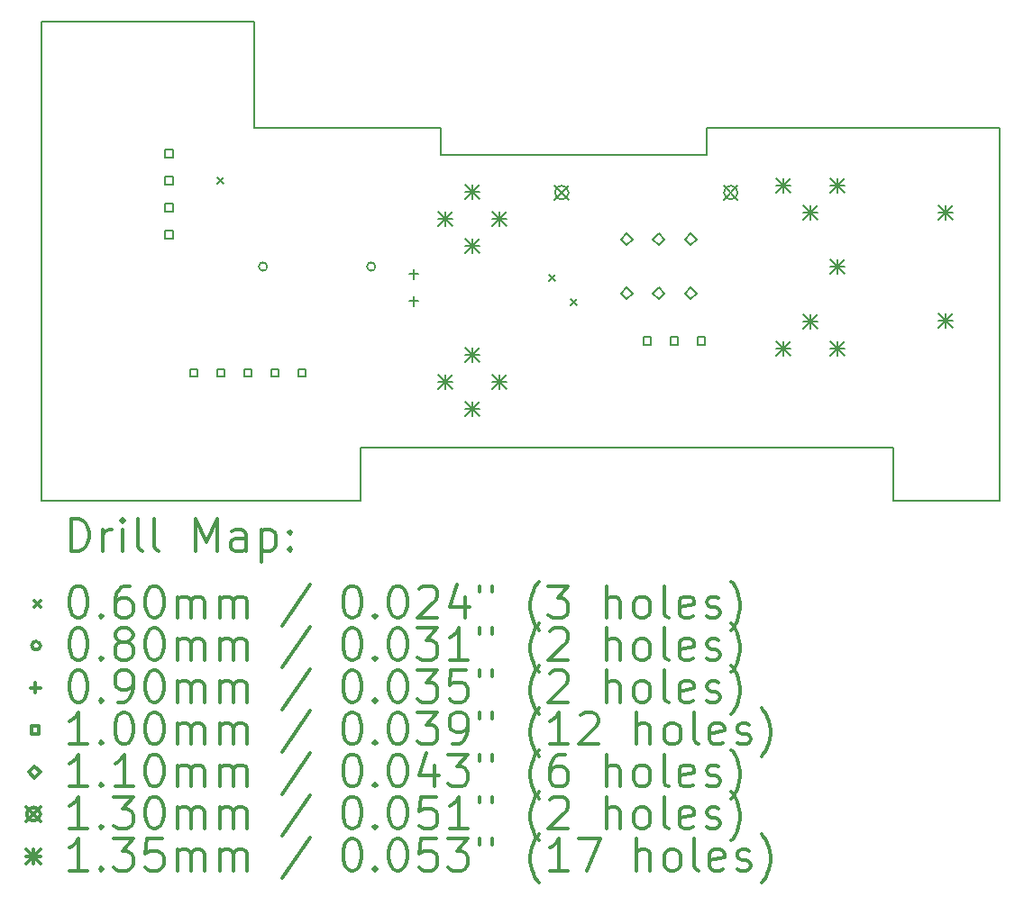
<source format=gbr>
%FSLAX45Y45*%
G04 Gerber Fmt 4.5, Leading zero omitted, Abs format (unit mm)*
G04 Created by KiCad (PCBNEW (5.0.2)-1) date 09/11/2019 14:16:32*
%MOMM*%
%LPD*%
G01*
G04 APERTURE LIST*
%ADD10C,0.150000*%
%ADD11C,0.200000*%
%ADD12C,0.300000*%
G04 APERTURE END LIST*
D10*
X10000000Y-11500000D02*
X10000000Y-7000000D01*
X13000000Y-11500000D02*
X10000000Y-11500000D01*
X12000000Y-7000000D02*
X10000000Y-7000000D01*
X12000000Y-8000000D02*
X12000000Y-7000000D01*
X13750000Y-8000000D02*
X12000000Y-8000000D01*
X13750000Y-8250000D02*
X13750000Y-8000000D01*
X16250000Y-8250000D02*
X13750000Y-8250000D01*
X16250000Y-8000000D02*
X16250000Y-8250000D01*
X16500000Y-8000000D02*
X16250000Y-8000000D01*
X19000000Y-8000000D02*
X16500000Y-8000000D01*
X19000000Y-11500000D02*
X19000000Y-8000000D01*
X18000000Y-11500000D02*
X19000000Y-11500000D01*
X18000000Y-11000000D02*
X18000000Y-11500000D01*
X13000000Y-11000000D02*
X18000000Y-11000000D01*
X13000000Y-11500000D02*
X13000000Y-11000000D01*
D11*
X11654400Y-8462000D02*
X11714400Y-8522000D01*
X11714400Y-8462000D02*
X11654400Y-8522000D01*
X14765700Y-9374300D02*
X14825700Y-9434300D01*
X14825700Y-9374300D02*
X14765700Y-9434300D01*
X14973800Y-9603100D02*
X15033800Y-9663100D01*
X15033800Y-9603100D02*
X14973800Y-9663100D01*
X12124000Y-9300000D02*
G75*
G03X12124000Y-9300000I-40000J0D01*
G01*
X13140000Y-9300000D02*
G75*
G03X13140000Y-9300000I-40000J0D01*
G01*
X13500000Y-9325000D02*
X13500000Y-9415000D01*
X13455000Y-9370000D02*
X13545000Y-9370000D01*
X13500000Y-9579000D02*
X13500000Y-9669000D01*
X13455000Y-9624000D02*
X13545000Y-9624000D01*
X15727356Y-10035356D02*
X15727356Y-9964644D01*
X15656644Y-9964644D01*
X15656644Y-10035356D01*
X15727356Y-10035356D01*
X15981356Y-10035356D02*
X15981356Y-9964644D01*
X15910644Y-9964644D01*
X15910644Y-10035356D01*
X15981356Y-10035356D01*
X16235356Y-10035356D02*
X16235356Y-9964644D01*
X16164644Y-9964644D01*
X16164644Y-10035356D01*
X16235356Y-10035356D01*
X11469356Y-10335356D02*
X11469356Y-10264644D01*
X11398644Y-10264644D01*
X11398644Y-10335356D01*
X11469356Y-10335356D01*
X11723356Y-10335356D02*
X11723356Y-10264644D01*
X11652644Y-10264644D01*
X11652644Y-10335356D01*
X11723356Y-10335356D01*
X11977356Y-10335356D02*
X11977356Y-10264644D01*
X11906644Y-10264644D01*
X11906644Y-10335356D01*
X11977356Y-10335356D01*
X12231356Y-10335356D02*
X12231356Y-10264644D01*
X12160644Y-10264644D01*
X12160644Y-10335356D01*
X12231356Y-10335356D01*
X12485356Y-10335356D02*
X12485356Y-10264644D01*
X12414644Y-10264644D01*
X12414644Y-10335356D01*
X12485356Y-10335356D01*
X11235356Y-8273356D02*
X11235356Y-8202644D01*
X11164644Y-8202644D01*
X11164644Y-8273356D01*
X11235356Y-8273356D01*
X11235356Y-8527356D02*
X11235356Y-8456644D01*
X11164644Y-8456644D01*
X11164644Y-8527356D01*
X11235356Y-8527356D01*
X11235356Y-8781356D02*
X11235356Y-8710644D01*
X11164644Y-8710644D01*
X11164644Y-8781356D01*
X11235356Y-8781356D01*
X11235356Y-9035356D02*
X11235356Y-8964644D01*
X11164644Y-8964644D01*
X11164644Y-9035356D01*
X11235356Y-9035356D01*
X15500000Y-9101000D02*
X15555000Y-9046000D01*
X15500000Y-8991000D01*
X15445000Y-9046000D01*
X15500000Y-9101000D01*
X15500000Y-9609000D02*
X15555000Y-9554000D01*
X15500000Y-9499000D01*
X15445000Y-9554000D01*
X15500000Y-9609000D01*
X15800000Y-9101000D02*
X15855000Y-9046000D01*
X15800000Y-8991000D01*
X15745000Y-9046000D01*
X15800000Y-9101000D01*
X15800000Y-9609000D02*
X15855000Y-9554000D01*
X15800000Y-9499000D01*
X15745000Y-9554000D01*
X15800000Y-9609000D01*
X16100000Y-9101000D02*
X16155000Y-9046000D01*
X16100000Y-8991000D01*
X16045000Y-9046000D01*
X16100000Y-9101000D01*
X16100000Y-9609000D02*
X16155000Y-9554000D01*
X16100000Y-9499000D01*
X16045000Y-9554000D01*
X16100000Y-9609000D01*
X14824500Y-8539400D02*
X14954500Y-8669400D01*
X14954500Y-8539400D02*
X14824500Y-8669400D01*
X14954500Y-8604400D02*
G75*
G03X14954500Y-8604400I-65000J0D01*
G01*
X16412000Y-8539400D02*
X16542000Y-8669400D01*
X16542000Y-8539400D02*
X16412000Y-8669400D01*
X16542000Y-8604400D02*
G75*
G03X16542000Y-8604400I-65000J0D01*
G01*
X13728500Y-8782900D02*
X13863500Y-8917900D01*
X13863500Y-8782900D02*
X13728500Y-8917900D01*
X13796000Y-8782900D02*
X13796000Y-8917900D01*
X13728500Y-8850400D02*
X13863500Y-8850400D01*
X13728500Y-10314900D02*
X13863500Y-10449900D01*
X13863500Y-10314900D02*
X13728500Y-10449900D01*
X13796000Y-10314900D02*
X13796000Y-10449900D01*
X13728500Y-10382400D02*
X13863500Y-10382400D01*
X13982500Y-8528900D02*
X14117500Y-8663900D01*
X14117500Y-8528900D02*
X13982500Y-8663900D01*
X14050000Y-8528900D02*
X14050000Y-8663900D01*
X13982500Y-8596400D02*
X14117500Y-8596400D01*
X13982500Y-9036900D02*
X14117500Y-9171900D01*
X14117500Y-9036900D02*
X13982500Y-9171900D01*
X14050000Y-9036900D02*
X14050000Y-9171900D01*
X13982500Y-9104400D02*
X14117500Y-9104400D01*
X13982500Y-10060900D02*
X14117500Y-10195900D01*
X14117500Y-10060900D02*
X13982500Y-10195900D01*
X14050000Y-10060900D02*
X14050000Y-10195900D01*
X13982500Y-10128400D02*
X14117500Y-10128400D01*
X13982500Y-10568900D02*
X14117500Y-10703900D01*
X14117500Y-10568900D02*
X13982500Y-10703900D01*
X14050000Y-10568900D02*
X14050000Y-10703900D01*
X13982500Y-10636400D02*
X14117500Y-10636400D01*
X14236500Y-8782900D02*
X14371500Y-8917900D01*
X14371500Y-8782900D02*
X14236500Y-8917900D01*
X14304000Y-8782900D02*
X14304000Y-8917900D01*
X14236500Y-8850400D02*
X14371500Y-8850400D01*
X14236500Y-10314900D02*
X14371500Y-10449900D01*
X14371500Y-10314900D02*
X14236500Y-10449900D01*
X14304000Y-10314900D02*
X14304000Y-10449900D01*
X14236500Y-10382400D02*
X14371500Y-10382400D01*
X16904500Y-8470500D02*
X17039500Y-8605500D01*
X17039500Y-8470500D02*
X16904500Y-8605500D01*
X16972000Y-8470500D02*
X16972000Y-8605500D01*
X16904500Y-8538000D02*
X17039500Y-8538000D01*
X16904500Y-10002500D02*
X17039500Y-10137500D01*
X17039500Y-10002500D02*
X16904500Y-10137500D01*
X16972000Y-10002500D02*
X16972000Y-10137500D01*
X16904500Y-10070000D02*
X17039500Y-10070000D01*
X17158500Y-8724500D02*
X17293500Y-8859500D01*
X17293500Y-8724500D02*
X17158500Y-8859500D01*
X17226000Y-8724500D02*
X17226000Y-8859500D01*
X17158500Y-8792000D02*
X17293500Y-8792000D01*
X17158500Y-9748500D02*
X17293500Y-9883500D01*
X17293500Y-9748500D02*
X17158500Y-9883500D01*
X17226000Y-9748500D02*
X17226000Y-9883500D01*
X17158500Y-9816000D02*
X17293500Y-9816000D01*
X17412500Y-8470500D02*
X17547500Y-8605500D01*
X17547500Y-8470500D02*
X17412500Y-8605500D01*
X17480000Y-8470500D02*
X17480000Y-8605500D01*
X17412500Y-8538000D02*
X17547500Y-8538000D01*
X17412500Y-9232500D02*
X17547500Y-9367500D01*
X17547500Y-9232500D02*
X17412500Y-9367500D01*
X17480000Y-9232500D02*
X17480000Y-9367500D01*
X17412500Y-9300000D02*
X17547500Y-9300000D01*
X17412500Y-10002500D02*
X17547500Y-10137500D01*
X17547500Y-10002500D02*
X17412500Y-10137500D01*
X17480000Y-10002500D02*
X17480000Y-10137500D01*
X17412500Y-10070000D02*
X17547500Y-10070000D01*
X18428500Y-8724500D02*
X18563500Y-8859500D01*
X18563500Y-8724500D02*
X18428500Y-8859500D01*
X18496000Y-8724500D02*
X18496000Y-8859500D01*
X18428500Y-8792000D02*
X18563500Y-8792000D01*
X18428500Y-9740500D02*
X18563500Y-9875500D01*
X18563500Y-9740500D02*
X18428500Y-9875500D01*
X18496000Y-9740500D02*
X18496000Y-9875500D01*
X18428500Y-9808000D02*
X18563500Y-9808000D01*
D12*
X10278928Y-11973214D02*
X10278928Y-11673214D01*
X10350357Y-11673214D01*
X10393214Y-11687500D01*
X10421786Y-11716071D01*
X10436071Y-11744643D01*
X10450357Y-11801786D01*
X10450357Y-11844643D01*
X10436071Y-11901786D01*
X10421786Y-11930357D01*
X10393214Y-11958929D01*
X10350357Y-11973214D01*
X10278928Y-11973214D01*
X10578928Y-11973214D02*
X10578928Y-11773214D01*
X10578928Y-11830357D02*
X10593214Y-11801786D01*
X10607500Y-11787500D01*
X10636071Y-11773214D01*
X10664643Y-11773214D01*
X10764643Y-11973214D02*
X10764643Y-11773214D01*
X10764643Y-11673214D02*
X10750357Y-11687500D01*
X10764643Y-11701786D01*
X10778928Y-11687500D01*
X10764643Y-11673214D01*
X10764643Y-11701786D01*
X10950357Y-11973214D02*
X10921786Y-11958929D01*
X10907500Y-11930357D01*
X10907500Y-11673214D01*
X11107500Y-11973214D02*
X11078928Y-11958929D01*
X11064643Y-11930357D01*
X11064643Y-11673214D01*
X11450357Y-11973214D02*
X11450357Y-11673214D01*
X11550357Y-11887500D01*
X11650357Y-11673214D01*
X11650357Y-11973214D01*
X11921786Y-11973214D02*
X11921786Y-11816071D01*
X11907500Y-11787500D01*
X11878928Y-11773214D01*
X11821786Y-11773214D01*
X11793214Y-11787500D01*
X11921786Y-11958929D02*
X11893214Y-11973214D01*
X11821786Y-11973214D01*
X11793214Y-11958929D01*
X11778928Y-11930357D01*
X11778928Y-11901786D01*
X11793214Y-11873214D01*
X11821786Y-11858929D01*
X11893214Y-11858929D01*
X11921786Y-11844643D01*
X12064643Y-11773214D02*
X12064643Y-12073214D01*
X12064643Y-11787500D02*
X12093214Y-11773214D01*
X12150357Y-11773214D01*
X12178928Y-11787500D01*
X12193214Y-11801786D01*
X12207500Y-11830357D01*
X12207500Y-11916071D01*
X12193214Y-11944643D01*
X12178928Y-11958929D01*
X12150357Y-11973214D01*
X12093214Y-11973214D01*
X12064643Y-11958929D01*
X12336071Y-11944643D02*
X12350357Y-11958929D01*
X12336071Y-11973214D01*
X12321786Y-11958929D01*
X12336071Y-11944643D01*
X12336071Y-11973214D01*
X12336071Y-11787500D02*
X12350357Y-11801786D01*
X12336071Y-11816071D01*
X12321786Y-11801786D01*
X12336071Y-11787500D01*
X12336071Y-11816071D01*
X9932500Y-12437500D02*
X9992500Y-12497500D01*
X9992500Y-12437500D02*
X9932500Y-12497500D01*
X10336071Y-12303214D02*
X10364643Y-12303214D01*
X10393214Y-12317500D01*
X10407500Y-12331786D01*
X10421786Y-12360357D01*
X10436071Y-12417500D01*
X10436071Y-12488929D01*
X10421786Y-12546071D01*
X10407500Y-12574643D01*
X10393214Y-12588929D01*
X10364643Y-12603214D01*
X10336071Y-12603214D01*
X10307500Y-12588929D01*
X10293214Y-12574643D01*
X10278928Y-12546071D01*
X10264643Y-12488929D01*
X10264643Y-12417500D01*
X10278928Y-12360357D01*
X10293214Y-12331786D01*
X10307500Y-12317500D01*
X10336071Y-12303214D01*
X10564643Y-12574643D02*
X10578928Y-12588929D01*
X10564643Y-12603214D01*
X10550357Y-12588929D01*
X10564643Y-12574643D01*
X10564643Y-12603214D01*
X10836071Y-12303214D02*
X10778928Y-12303214D01*
X10750357Y-12317500D01*
X10736071Y-12331786D01*
X10707500Y-12374643D01*
X10693214Y-12431786D01*
X10693214Y-12546071D01*
X10707500Y-12574643D01*
X10721786Y-12588929D01*
X10750357Y-12603214D01*
X10807500Y-12603214D01*
X10836071Y-12588929D01*
X10850357Y-12574643D01*
X10864643Y-12546071D01*
X10864643Y-12474643D01*
X10850357Y-12446071D01*
X10836071Y-12431786D01*
X10807500Y-12417500D01*
X10750357Y-12417500D01*
X10721786Y-12431786D01*
X10707500Y-12446071D01*
X10693214Y-12474643D01*
X11050357Y-12303214D02*
X11078928Y-12303214D01*
X11107500Y-12317500D01*
X11121786Y-12331786D01*
X11136071Y-12360357D01*
X11150357Y-12417500D01*
X11150357Y-12488929D01*
X11136071Y-12546071D01*
X11121786Y-12574643D01*
X11107500Y-12588929D01*
X11078928Y-12603214D01*
X11050357Y-12603214D01*
X11021786Y-12588929D01*
X11007500Y-12574643D01*
X10993214Y-12546071D01*
X10978928Y-12488929D01*
X10978928Y-12417500D01*
X10993214Y-12360357D01*
X11007500Y-12331786D01*
X11021786Y-12317500D01*
X11050357Y-12303214D01*
X11278928Y-12603214D02*
X11278928Y-12403214D01*
X11278928Y-12431786D02*
X11293214Y-12417500D01*
X11321786Y-12403214D01*
X11364643Y-12403214D01*
X11393214Y-12417500D01*
X11407500Y-12446071D01*
X11407500Y-12603214D01*
X11407500Y-12446071D02*
X11421786Y-12417500D01*
X11450357Y-12403214D01*
X11493214Y-12403214D01*
X11521786Y-12417500D01*
X11536071Y-12446071D01*
X11536071Y-12603214D01*
X11678928Y-12603214D02*
X11678928Y-12403214D01*
X11678928Y-12431786D02*
X11693214Y-12417500D01*
X11721786Y-12403214D01*
X11764643Y-12403214D01*
X11793214Y-12417500D01*
X11807500Y-12446071D01*
X11807500Y-12603214D01*
X11807500Y-12446071D02*
X11821786Y-12417500D01*
X11850357Y-12403214D01*
X11893214Y-12403214D01*
X11921786Y-12417500D01*
X11936071Y-12446071D01*
X11936071Y-12603214D01*
X12521786Y-12288929D02*
X12264643Y-12674643D01*
X12907500Y-12303214D02*
X12936071Y-12303214D01*
X12964643Y-12317500D01*
X12978928Y-12331786D01*
X12993214Y-12360357D01*
X13007500Y-12417500D01*
X13007500Y-12488929D01*
X12993214Y-12546071D01*
X12978928Y-12574643D01*
X12964643Y-12588929D01*
X12936071Y-12603214D01*
X12907500Y-12603214D01*
X12878928Y-12588929D01*
X12864643Y-12574643D01*
X12850357Y-12546071D01*
X12836071Y-12488929D01*
X12836071Y-12417500D01*
X12850357Y-12360357D01*
X12864643Y-12331786D01*
X12878928Y-12317500D01*
X12907500Y-12303214D01*
X13136071Y-12574643D02*
X13150357Y-12588929D01*
X13136071Y-12603214D01*
X13121786Y-12588929D01*
X13136071Y-12574643D01*
X13136071Y-12603214D01*
X13336071Y-12303214D02*
X13364643Y-12303214D01*
X13393214Y-12317500D01*
X13407500Y-12331786D01*
X13421786Y-12360357D01*
X13436071Y-12417500D01*
X13436071Y-12488929D01*
X13421786Y-12546071D01*
X13407500Y-12574643D01*
X13393214Y-12588929D01*
X13364643Y-12603214D01*
X13336071Y-12603214D01*
X13307500Y-12588929D01*
X13293214Y-12574643D01*
X13278928Y-12546071D01*
X13264643Y-12488929D01*
X13264643Y-12417500D01*
X13278928Y-12360357D01*
X13293214Y-12331786D01*
X13307500Y-12317500D01*
X13336071Y-12303214D01*
X13550357Y-12331786D02*
X13564643Y-12317500D01*
X13593214Y-12303214D01*
X13664643Y-12303214D01*
X13693214Y-12317500D01*
X13707500Y-12331786D01*
X13721786Y-12360357D01*
X13721786Y-12388929D01*
X13707500Y-12431786D01*
X13536071Y-12603214D01*
X13721786Y-12603214D01*
X13978928Y-12403214D02*
X13978928Y-12603214D01*
X13907500Y-12288929D02*
X13836071Y-12503214D01*
X14021786Y-12503214D01*
X14121786Y-12303214D02*
X14121786Y-12360357D01*
X14236071Y-12303214D02*
X14236071Y-12360357D01*
X14678928Y-12717500D02*
X14664643Y-12703214D01*
X14636071Y-12660357D01*
X14621786Y-12631786D01*
X14607500Y-12588929D01*
X14593214Y-12517500D01*
X14593214Y-12460357D01*
X14607500Y-12388929D01*
X14621786Y-12346071D01*
X14636071Y-12317500D01*
X14664643Y-12274643D01*
X14678928Y-12260357D01*
X14764643Y-12303214D02*
X14950357Y-12303214D01*
X14850357Y-12417500D01*
X14893214Y-12417500D01*
X14921786Y-12431786D01*
X14936071Y-12446071D01*
X14950357Y-12474643D01*
X14950357Y-12546071D01*
X14936071Y-12574643D01*
X14921786Y-12588929D01*
X14893214Y-12603214D01*
X14807500Y-12603214D01*
X14778928Y-12588929D01*
X14764643Y-12574643D01*
X15307500Y-12603214D02*
X15307500Y-12303214D01*
X15436071Y-12603214D02*
X15436071Y-12446071D01*
X15421786Y-12417500D01*
X15393214Y-12403214D01*
X15350357Y-12403214D01*
X15321786Y-12417500D01*
X15307500Y-12431786D01*
X15621786Y-12603214D02*
X15593214Y-12588929D01*
X15578928Y-12574643D01*
X15564643Y-12546071D01*
X15564643Y-12460357D01*
X15578928Y-12431786D01*
X15593214Y-12417500D01*
X15621786Y-12403214D01*
X15664643Y-12403214D01*
X15693214Y-12417500D01*
X15707500Y-12431786D01*
X15721786Y-12460357D01*
X15721786Y-12546071D01*
X15707500Y-12574643D01*
X15693214Y-12588929D01*
X15664643Y-12603214D01*
X15621786Y-12603214D01*
X15893214Y-12603214D02*
X15864643Y-12588929D01*
X15850357Y-12560357D01*
X15850357Y-12303214D01*
X16121786Y-12588929D02*
X16093214Y-12603214D01*
X16036071Y-12603214D01*
X16007500Y-12588929D01*
X15993214Y-12560357D01*
X15993214Y-12446071D01*
X16007500Y-12417500D01*
X16036071Y-12403214D01*
X16093214Y-12403214D01*
X16121786Y-12417500D01*
X16136071Y-12446071D01*
X16136071Y-12474643D01*
X15993214Y-12503214D01*
X16250357Y-12588929D02*
X16278928Y-12603214D01*
X16336071Y-12603214D01*
X16364643Y-12588929D01*
X16378928Y-12560357D01*
X16378928Y-12546071D01*
X16364643Y-12517500D01*
X16336071Y-12503214D01*
X16293214Y-12503214D01*
X16264643Y-12488929D01*
X16250357Y-12460357D01*
X16250357Y-12446071D01*
X16264643Y-12417500D01*
X16293214Y-12403214D01*
X16336071Y-12403214D01*
X16364643Y-12417500D01*
X16478928Y-12717500D02*
X16493214Y-12703214D01*
X16521786Y-12660357D01*
X16536071Y-12631786D01*
X16550357Y-12588929D01*
X16564643Y-12517500D01*
X16564643Y-12460357D01*
X16550357Y-12388929D01*
X16536071Y-12346071D01*
X16521786Y-12317500D01*
X16493214Y-12274643D01*
X16478928Y-12260357D01*
X9992500Y-12863500D02*
G75*
G03X9992500Y-12863500I-40000J0D01*
G01*
X10336071Y-12699214D02*
X10364643Y-12699214D01*
X10393214Y-12713500D01*
X10407500Y-12727786D01*
X10421786Y-12756357D01*
X10436071Y-12813500D01*
X10436071Y-12884929D01*
X10421786Y-12942071D01*
X10407500Y-12970643D01*
X10393214Y-12984929D01*
X10364643Y-12999214D01*
X10336071Y-12999214D01*
X10307500Y-12984929D01*
X10293214Y-12970643D01*
X10278928Y-12942071D01*
X10264643Y-12884929D01*
X10264643Y-12813500D01*
X10278928Y-12756357D01*
X10293214Y-12727786D01*
X10307500Y-12713500D01*
X10336071Y-12699214D01*
X10564643Y-12970643D02*
X10578928Y-12984929D01*
X10564643Y-12999214D01*
X10550357Y-12984929D01*
X10564643Y-12970643D01*
X10564643Y-12999214D01*
X10750357Y-12827786D02*
X10721786Y-12813500D01*
X10707500Y-12799214D01*
X10693214Y-12770643D01*
X10693214Y-12756357D01*
X10707500Y-12727786D01*
X10721786Y-12713500D01*
X10750357Y-12699214D01*
X10807500Y-12699214D01*
X10836071Y-12713500D01*
X10850357Y-12727786D01*
X10864643Y-12756357D01*
X10864643Y-12770643D01*
X10850357Y-12799214D01*
X10836071Y-12813500D01*
X10807500Y-12827786D01*
X10750357Y-12827786D01*
X10721786Y-12842071D01*
X10707500Y-12856357D01*
X10693214Y-12884929D01*
X10693214Y-12942071D01*
X10707500Y-12970643D01*
X10721786Y-12984929D01*
X10750357Y-12999214D01*
X10807500Y-12999214D01*
X10836071Y-12984929D01*
X10850357Y-12970643D01*
X10864643Y-12942071D01*
X10864643Y-12884929D01*
X10850357Y-12856357D01*
X10836071Y-12842071D01*
X10807500Y-12827786D01*
X11050357Y-12699214D02*
X11078928Y-12699214D01*
X11107500Y-12713500D01*
X11121786Y-12727786D01*
X11136071Y-12756357D01*
X11150357Y-12813500D01*
X11150357Y-12884929D01*
X11136071Y-12942071D01*
X11121786Y-12970643D01*
X11107500Y-12984929D01*
X11078928Y-12999214D01*
X11050357Y-12999214D01*
X11021786Y-12984929D01*
X11007500Y-12970643D01*
X10993214Y-12942071D01*
X10978928Y-12884929D01*
X10978928Y-12813500D01*
X10993214Y-12756357D01*
X11007500Y-12727786D01*
X11021786Y-12713500D01*
X11050357Y-12699214D01*
X11278928Y-12999214D02*
X11278928Y-12799214D01*
X11278928Y-12827786D02*
X11293214Y-12813500D01*
X11321786Y-12799214D01*
X11364643Y-12799214D01*
X11393214Y-12813500D01*
X11407500Y-12842071D01*
X11407500Y-12999214D01*
X11407500Y-12842071D02*
X11421786Y-12813500D01*
X11450357Y-12799214D01*
X11493214Y-12799214D01*
X11521786Y-12813500D01*
X11536071Y-12842071D01*
X11536071Y-12999214D01*
X11678928Y-12999214D02*
X11678928Y-12799214D01*
X11678928Y-12827786D02*
X11693214Y-12813500D01*
X11721786Y-12799214D01*
X11764643Y-12799214D01*
X11793214Y-12813500D01*
X11807500Y-12842071D01*
X11807500Y-12999214D01*
X11807500Y-12842071D02*
X11821786Y-12813500D01*
X11850357Y-12799214D01*
X11893214Y-12799214D01*
X11921786Y-12813500D01*
X11936071Y-12842071D01*
X11936071Y-12999214D01*
X12521786Y-12684929D02*
X12264643Y-13070643D01*
X12907500Y-12699214D02*
X12936071Y-12699214D01*
X12964643Y-12713500D01*
X12978928Y-12727786D01*
X12993214Y-12756357D01*
X13007500Y-12813500D01*
X13007500Y-12884929D01*
X12993214Y-12942071D01*
X12978928Y-12970643D01*
X12964643Y-12984929D01*
X12936071Y-12999214D01*
X12907500Y-12999214D01*
X12878928Y-12984929D01*
X12864643Y-12970643D01*
X12850357Y-12942071D01*
X12836071Y-12884929D01*
X12836071Y-12813500D01*
X12850357Y-12756357D01*
X12864643Y-12727786D01*
X12878928Y-12713500D01*
X12907500Y-12699214D01*
X13136071Y-12970643D02*
X13150357Y-12984929D01*
X13136071Y-12999214D01*
X13121786Y-12984929D01*
X13136071Y-12970643D01*
X13136071Y-12999214D01*
X13336071Y-12699214D02*
X13364643Y-12699214D01*
X13393214Y-12713500D01*
X13407500Y-12727786D01*
X13421786Y-12756357D01*
X13436071Y-12813500D01*
X13436071Y-12884929D01*
X13421786Y-12942071D01*
X13407500Y-12970643D01*
X13393214Y-12984929D01*
X13364643Y-12999214D01*
X13336071Y-12999214D01*
X13307500Y-12984929D01*
X13293214Y-12970643D01*
X13278928Y-12942071D01*
X13264643Y-12884929D01*
X13264643Y-12813500D01*
X13278928Y-12756357D01*
X13293214Y-12727786D01*
X13307500Y-12713500D01*
X13336071Y-12699214D01*
X13536071Y-12699214D02*
X13721786Y-12699214D01*
X13621786Y-12813500D01*
X13664643Y-12813500D01*
X13693214Y-12827786D01*
X13707500Y-12842071D01*
X13721786Y-12870643D01*
X13721786Y-12942071D01*
X13707500Y-12970643D01*
X13693214Y-12984929D01*
X13664643Y-12999214D01*
X13578928Y-12999214D01*
X13550357Y-12984929D01*
X13536071Y-12970643D01*
X14007500Y-12999214D02*
X13836071Y-12999214D01*
X13921786Y-12999214D02*
X13921786Y-12699214D01*
X13893214Y-12742071D01*
X13864643Y-12770643D01*
X13836071Y-12784929D01*
X14121786Y-12699214D02*
X14121786Y-12756357D01*
X14236071Y-12699214D02*
X14236071Y-12756357D01*
X14678928Y-13113500D02*
X14664643Y-13099214D01*
X14636071Y-13056357D01*
X14621786Y-13027786D01*
X14607500Y-12984929D01*
X14593214Y-12913500D01*
X14593214Y-12856357D01*
X14607500Y-12784929D01*
X14621786Y-12742071D01*
X14636071Y-12713500D01*
X14664643Y-12670643D01*
X14678928Y-12656357D01*
X14778928Y-12727786D02*
X14793214Y-12713500D01*
X14821786Y-12699214D01*
X14893214Y-12699214D01*
X14921786Y-12713500D01*
X14936071Y-12727786D01*
X14950357Y-12756357D01*
X14950357Y-12784929D01*
X14936071Y-12827786D01*
X14764643Y-12999214D01*
X14950357Y-12999214D01*
X15307500Y-12999214D02*
X15307500Y-12699214D01*
X15436071Y-12999214D02*
X15436071Y-12842071D01*
X15421786Y-12813500D01*
X15393214Y-12799214D01*
X15350357Y-12799214D01*
X15321786Y-12813500D01*
X15307500Y-12827786D01*
X15621786Y-12999214D02*
X15593214Y-12984929D01*
X15578928Y-12970643D01*
X15564643Y-12942071D01*
X15564643Y-12856357D01*
X15578928Y-12827786D01*
X15593214Y-12813500D01*
X15621786Y-12799214D01*
X15664643Y-12799214D01*
X15693214Y-12813500D01*
X15707500Y-12827786D01*
X15721786Y-12856357D01*
X15721786Y-12942071D01*
X15707500Y-12970643D01*
X15693214Y-12984929D01*
X15664643Y-12999214D01*
X15621786Y-12999214D01*
X15893214Y-12999214D02*
X15864643Y-12984929D01*
X15850357Y-12956357D01*
X15850357Y-12699214D01*
X16121786Y-12984929D02*
X16093214Y-12999214D01*
X16036071Y-12999214D01*
X16007500Y-12984929D01*
X15993214Y-12956357D01*
X15993214Y-12842071D01*
X16007500Y-12813500D01*
X16036071Y-12799214D01*
X16093214Y-12799214D01*
X16121786Y-12813500D01*
X16136071Y-12842071D01*
X16136071Y-12870643D01*
X15993214Y-12899214D01*
X16250357Y-12984929D02*
X16278928Y-12999214D01*
X16336071Y-12999214D01*
X16364643Y-12984929D01*
X16378928Y-12956357D01*
X16378928Y-12942071D01*
X16364643Y-12913500D01*
X16336071Y-12899214D01*
X16293214Y-12899214D01*
X16264643Y-12884929D01*
X16250357Y-12856357D01*
X16250357Y-12842071D01*
X16264643Y-12813500D01*
X16293214Y-12799214D01*
X16336071Y-12799214D01*
X16364643Y-12813500D01*
X16478928Y-13113500D02*
X16493214Y-13099214D01*
X16521786Y-13056357D01*
X16536071Y-13027786D01*
X16550357Y-12984929D01*
X16564643Y-12913500D01*
X16564643Y-12856357D01*
X16550357Y-12784929D01*
X16536071Y-12742071D01*
X16521786Y-12713500D01*
X16493214Y-12670643D01*
X16478928Y-12656357D01*
X9947500Y-13214500D02*
X9947500Y-13304500D01*
X9902500Y-13259500D02*
X9992500Y-13259500D01*
X10336071Y-13095214D02*
X10364643Y-13095214D01*
X10393214Y-13109500D01*
X10407500Y-13123786D01*
X10421786Y-13152357D01*
X10436071Y-13209500D01*
X10436071Y-13280929D01*
X10421786Y-13338071D01*
X10407500Y-13366643D01*
X10393214Y-13380929D01*
X10364643Y-13395214D01*
X10336071Y-13395214D01*
X10307500Y-13380929D01*
X10293214Y-13366643D01*
X10278928Y-13338071D01*
X10264643Y-13280929D01*
X10264643Y-13209500D01*
X10278928Y-13152357D01*
X10293214Y-13123786D01*
X10307500Y-13109500D01*
X10336071Y-13095214D01*
X10564643Y-13366643D02*
X10578928Y-13380929D01*
X10564643Y-13395214D01*
X10550357Y-13380929D01*
X10564643Y-13366643D01*
X10564643Y-13395214D01*
X10721786Y-13395214D02*
X10778928Y-13395214D01*
X10807500Y-13380929D01*
X10821786Y-13366643D01*
X10850357Y-13323786D01*
X10864643Y-13266643D01*
X10864643Y-13152357D01*
X10850357Y-13123786D01*
X10836071Y-13109500D01*
X10807500Y-13095214D01*
X10750357Y-13095214D01*
X10721786Y-13109500D01*
X10707500Y-13123786D01*
X10693214Y-13152357D01*
X10693214Y-13223786D01*
X10707500Y-13252357D01*
X10721786Y-13266643D01*
X10750357Y-13280929D01*
X10807500Y-13280929D01*
X10836071Y-13266643D01*
X10850357Y-13252357D01*
X10864643Y-13223786D01*
X11050357Y-13095214D02*
X11078928Y-13095214D01*
X11107500Y-13109500D01*
X11121786Y-13123786D01*
X11136071Y-13152357D01*
X11150357Y-13209500D01*
X11150357Y-13280929D01*
X11136071Y-13338071D01*
X11121786Y-13366643D01*
X11107500Y-13380929D01*
X11078928Y-13395214D01*
X11050357Y-13395214D01*
X11021786Y-13380929D01*
X11007500Y-13366643D01*
X10993214Y-13338071D01*
X10978928Y-13280929D01*
X10978928Y-13209500D01*
X10993214Y-13152357D01*
X11007500Y-13123786D01*
X11021786Y-13109500D01*
X11050357Y-13095214D01*
X11278928Y-13395214D02*
X11278928Y-13195214D01*
X11278928Y-13223786D02*
X11293214Y-13209500D01*
X11321786Y-13195214D01*
X11364643Y-13195214D01*
X11393214Y-13209500D01*
X11407500Y-13238071D01*
X11407500Y-13395214D01*
X11407500Y-13238071D02*
X11421786Y-13209500D01*
X11450357Y-13195214D01*
X11493214Y-13195214D01*
X11521786Y-13209500D01*
X11536071Y-13238071D01*
X11536071Y-13395214D01*
X11678928Y-13395214D02*
X11678928Y-13195214D01*
X11678928Y-13223786D02*
X11693214Y-13209500D01*
X11721786Y-13195214D01*
X11764643Y-13195214D01*
X11793214Y-13209500D01*
X11807500Y-13238071D01*
X11807500Y-13395214D01*
X11807500Y-13238071D02*
X11821786Y-13209500D01*
X11850357Y-13195214D01*
X11893214Y-13195214D01*
X11921786Y-13209500D01*
X11936071Y-13238071D01*
X11936071Y-13395214D01*
X12521786Y-13080929D02*
X12264643Y-13466643D01*
X12907500Y-13095214D02*
X12936071Y-13095214D01*
X12964643Y-13109500D01*
X12978928Y-13123786D01*
X12993214Y-13152357D01*
X13007500Y-13209500D01*
X13007500Y-13280929D01*
X12993214Y-13338071D01*
X12978928Y-13366643D01*
X12964643Y-13380929D01*
X12936071Y-13395214D01*
X12907500Y-13395214D01*
X12878928Y-13380929D01*
X12864643Y-13366643D01*
X12850357Y-13338071D01*
X12836071Y-13280929D01*
X12836071Y-13209500D01*
X12850357Y-13152357D01*
X12864643Y-13123786D01*
X12878928Y-13109500D01*
X12907500Y-13095214D01*
X13136071Y-13366643D02*
X13150357Y-13380929D01*
X13136071Y-13395214D01*
X13121786Y-13380929D01*
X13136071Y-13366643D01*
X13136071Y-13395214D01*
X13336071Y-13095214D02*
X13364643Y-13095214D01*
X13393214Y-13109500D01*
X13407500Y-13123786D01*
X13421786Y-13152357D01*
X13436071Y-13209500D01*
X13436071Y-13280929D01*
X13421786Y-13338071D01*
X13407500Y-13366643D01*
X13393214Y-13380929D01*
X13364643Y-13395214D01*
X13336071Y-13395214D01*
X13307500Y-13380929D01*
X13293214Y-13366643D01*
X13278928Y-13338071D01*
X13264643Y-13280929D01*
X13264643Y-13209500D01*
X13278928Y-13152357D01*
X13293214Y-13123786D01*
X13307500Y-13109500D01*
X13336071Y-13095214D01*
X13536071Y-13095214D02*
X13721786Y-13095214D01*
X13621786Y-13209500D01*
X13664643Y-13209500D01*
X13693214Y-13223786D01*
X13707500Y-13238071D01*
X13721786Y-13266643D01*
X13721786Y-13338071D01*
X13707500Y-13366643D01*
X13693214Y-13380929D01*
X13664643Y-13395214D01*
X13578928Y-13395214D01*
X13550357Y-13380929D01*
X13536071Y-13366643D01*
X13993214Y-13095214D02*
X13850357Y-13095214D01*
X13836071Y-13238071D01*
X13850357Y-13223786D01*
X13878928Y-13209500D01*
X13950357Y-13209500D01*
X13978928Y-13223786D01*
X13993214Y-13238071D01*
X14007500Y-13266643D01*
X14007500Y-13338071D01*
X13993214Y-13366643D01*
X13978928Y-13380929D01*
X13950357Y-13395214D01*
X13878928Y-13395214D01*
X13850357Y-13380929D01*
X13836071Y-13366643D01*
X14121786Y-13095214D02*
X14121786Y-13152357D01*
X14236071Y-13095214D02*
X14236071Y-13152357D01*
X14678928Y-13509500D02*
X14664643Y-13495214D01*
X14636071Y-13452357D01*
X14621786Y-13423786D01*
X14607500Y-13380929D01*
X14593214Y-13309500D01*
X14593214Y-13252357D01*
X14607500Y-13180929D01*
X14621786Y-13138071D01*
X14636071Y-13109500D01*
X14664643Y-13066643D01*
X14678928Y-13052357D01*
X14778928Y-13123786D02*
X14793214Y-13109500D01*
X14821786Y-13095214D01*
X14893214Y-13095214D01*
X14921786Y-13109500D01*
X14936071Y-13123786D01*
X14950357Y-13152357D01*
X14950357Y-13180929D01*
X14936071Y-13223786D01*
X14764643Y-13395214D01*
X14950357Y-13395214D01*
X15307500Y-13395214D02*
X15307500Y-13095214D01*
X15436071Y-13395214D02*
X15436071Y-13238071D01*
X15421786Y-13209500D01*
X15393214Y-13195214D01*
X15350357Y-13195214D01*
X15321786Y-13209500D01*
X15307500Y-13223786D01*
X15621786Y-13395214D02*
X15593214Y-13380929D01*
X15578928Y-13366643D01*
X15564643Y-13338071D01*
X15564643Y-13252357D01*
X15578928Y-13223786D01*
X15593214Y-13209500D01*
X15621786Y-13195214D01*
X15664643Y-13195214D01*
X15693214Y-13209500D01*
X15707500Y-13223786D01*
X15721786Y-13252357D01*
X15721786Y-13338071D01*
X15707500Y-13366643D01*
X15693214Y-13380929D01*
X15664643Y-13395214D01*
X15621786Y-13395214D01*
X15893214Y-13395214D02*
X15864643Y-13380929D01*
X15850357Y-13352357D01*
X15850357Y-13095214D01*
X16121786Y-13380929D02*
X16093214Y-13395214D01*
X16036071Y-13395214D01*
X16007500Y-13380929D01*
X15993214Y-13352357D01*
X15993214Y-13238071D01*
X16007500Y-13209500D01*
X16036071Y-13195214D01*
X16093214Y-13195214D01*
X16121786Y-13209500D01*
X16136071Y-13238071D01*
X16136071Y-13266643D01*
X15993214Y-13295214D01*
X16250357Y-13380929D02*
X16278928Y-13395214D01*
X16336071Y-13395214D01*
X16364643Y-13380929D01*
X16378928Y-13352357D01*
X16378928Y-13338071D01*
X16364643Y-13309500D01*
X16336071Y-13295214D01*
X16293214Y-13295214D01*
X16264643Y-13280929D01*
X16250357Y-13252357D01*
X16250357Y-13238071D01*
X16264643Y-13209500D01*
X16293214Y-13195214D01*
X16336071Y-13195214D01*
X16364643Y-13209500D01*
X16478928Y-13509500D02*
X16493214Y-13495214D01*
X16521786Y-13452357D01*
X16536071Y-13423786D01*
X16550357Y-13380929D01*
X16564643Y-13309500D01*
X16564643Y-13252357D01*
X16550357Y-13180929D01*
X16536071Y-13138071D01*
X16521786Y-13109500D01*
X16493214Y-13066643D01*
X16478928Y-13052357D01*
X9977856Y-13690856D02*
X9977856Y-13620144D01*
X9907144Y-13620144D01*
X9907144Y-13690856D01*
X9977856Y-13690856D01*
X10436071Y-13791214D02*
X10264643Y-13791214D01*
X10350357Y-13791214D02*
X10350357Y-13491214D01*
X10321786Y-13534071D01*
X10293214Y-13562643D01*
X10264643Y-13576929D01*
X10564643Y-13762643D02*
X10578928Y-13776929D01*
X10564643Y-13791214D01*
X10550357Y-13776929D01*
X10564643Y-13762643D01*
X10564643Y-13791214D01*
X10764643Y-13491214D02*
X10793214Y-13491214D01*
X10821786Y-13505500D01*
X10836071Y-13519786D01*
X10850357Y-13548357D01*
X10864643Y-13605500D01*
X10864643Y-13676929D01*
X10850357Y-13734071D01*
X10836071Y-13762643D01*
X10821786Y-13776929D01*
X10793214Y-13791214D01*
X10764643Y-13791214D01*
X10736071Y-13776929D01*
X10721786Y-13762643D01*
X10707500Y-13734071D01*
X10693214Y-13676929D01*
X10693214Y-13605500D01*
X10707500Y-13548357D01*
X10721786Y-13519786D01*
X10736071Y-13505500D01*
X10764643Y-13491214D01*
X11050357Y-13491214D02*
X11078928Y-13491214D01*
X11107500Y-13505500D01*
X11121786Y-13519786D01*
X11136071Y-13548357D01*
X11150357Y-13605500D01*
X11150357Y-13676929D01*
X11136071Y-13734071D01*
X11121786Y-13762643D01*
X11107500Y-13776929D01*
X11078928Y-13791214D01*
X11050357Y-13791214D01*
X11021786Y-13776929D01*
X11007500Y-13762643D01*
X10993214Y-13734071D01*
X10978928Y-13676929D01*
X10978928Y-13605500D01*
X10993214Y-13548357D01*
X11007500Y-13519786D01*
X11021786Y-13505500D01*
X11050357Y-13491214D01*
X11278928Y-13791214D02*
X11278928Y-13591214D01*
X11278928Y-13619786D02*
X11293214Y-13605500D01*
X11321786Y-13591214D01*
X11364643Y-13591214D01*
X11393214Y-13605500D01*
X11407500Y-13634071D01*
X11407500Y-13791214D01*
X11407500Y-13634071D02*
X11421786Y-13605500D01*
X11450357Y-13591214D01*
X11493214Y-13591214D01*
X11521786Y-13605500D01*
X11536071Y-13634071D01*
X11536071Y-13791214D01*
X11678928Y-13791214D02*
X11678928Y-13591214D01*
X11678928Y-13619786D02*
X11693214Y-13605500D01*
X11721786Y-13591214D01*
X11764643Y-13591214D01*
X11793214Y-13605500D01*
X11807500Y-13634071D01*
X11807500Y-13791214D01*
X11807500Y-13634071D02*
X11821786Y-13605500D01*
X11850357Y-13591214D01*
X11893214Y-13591214D01*
X11921786Y-13605500D01*
X11936071Y-13634071D01*
X11936071Y-13791214D01*
X12521786Y-13476929D02*
X12264643Y-13862643D01*
X12907500Y-13491214D02*
X12936071Y-13491214D01*
X12964643Y-13505500D01*
X12978928Y-13519786D01*
X12993214Y-13548357D01*
X13007500Y-13605500D01*
X13007500Y-13676929D01*
X12993214Y-13734071D01*
X12978928Y-13762643D01*
X12964643Y-13776929D01*
X12936071Y-13791214D01*
X12907500Y-13791214D01*
X12878928Y-13776929D01*
X12864643Y-13762643D01*
X12850357Y-13734071D01*
X12836071Y-13676929D01*
X12836071Y-13605500D01*
X12850357Y-13548357D01*
X12864643Y-13519786D01*
X12878928Y-13505500D01*
X12907500Y-13491214D01*
X13136071Y-13762643D02*
X13150357Y-13776929D01*
X13136071Y-13791214D01*
X13121786Y-13776929D01*
X13136071Y-13762643D01*
X13136071Y-13791214D01*
X13336071Y-13491214D02*
X13364643Y-13491214D01*
X13393214Y-13505500D01*
X13407500Y-13519786D01*
X13421786Y-13548357D01*
X13436071Y-13605500D01*
X13436071Y-13676929D01*
X13421786Y-13734071D01*
X13407500Y-13762643D01*
X13393214Y-13776929D01*
X13364643Y-13791214D01*
X13336071Y-13791214D01*
X13307500Y-13776929D01*
X13293214Y-13762643D01*
X13278928Y-13734071D01*
X13264643Y-13676929D01*
X13264643Y-13605500D01*
X13278928Y-13548357D01*
X13293214Y-13519786D01*
X13307500Y-13505500D01*
X13336071Y-13491214D01*
X13536071Y-13491214D02*
X13721786Y-13491214D01*
X13621786Y-13605500D01*
X13664643Y-13605500D01*
X13693214Y-13619786D01*
X13707500Y-13634071D01*
X13721786Y-13662643D01*
X13721786Y-13734071D01*
X13707500Y-13762643D01*
X13693214Y-13776929D01*
X13664643Y-13791214D01*
X13578928Y-13791214D01*
X13550357Y-13776929D01*
X13536071Y-13762643D01*
X13864643Y-13791214D02*
X13921786Y-13791214D01*
X13950357Y-13776929D01*
X13964643Y-13762643D01*
X13993214Y-13719786D01*
X14007500Y-13662643D01*
X14007500Y-13548357D01*
X13993214Y-13519786D01*
X13978928Y-13505500D01*
X13950357Y-13491214D01*
X13893214Y-13491214D01*
X13864643Y-13505500D01*
X13850357Y-13519786D01*
X13836071Y-13548357D01*
X13836071Y-13619786D01*
X13850357Y-13648357D01*
X13864643Y-13662643D01*
X13893214Y-13676929D01*
X13950357Y-13676929D01*
X13978928Y-13662643D01*
X13993214Y-13648357D01*
X14007500Y-13619786D01*
X14121786Y-13491214D02*
X14121786Y-13548357D01*
X14236071Y-13491214D02*
X14236071Y-13548357D01*
X14678928Y-13905500D02*
X14664643Y-13891214D01*
X14636071Y-13848357D01*
X14621786Y-13819786D01*
X14607500Y-13776929D01*
X14593214Y-13705500D01*
X14593214Y-13648357D01*
X14607500Y-13576929D01*
X14621786Y-13534071D01*
X14636071Y-13505500D01*
X14664643Y-13462643D01*
X14678928Y-13448357D01*
X14950357Y-13791214D02*
X14778928Y-13791214D01*
X14864643Y-13791214D02*
X14864643Y-13491214D01*
X14836071Y-13534071D01*
X14807500Y-13562643D01*
X14778928Y-13576929D01*
X15064643Y-13519786D02*
X15078928Y-13505500D01*
X15107500Y-13491214D01*
X15178928Y-13491214D01*
X15207500Y-13505500D01*
X15221786Y-13519786D01*
X15236071Y-13548357D01*
X15236071Y-13576929D01*
X15221786Y-13619786D01*
X15050357Y-13791214D01*
X15236071Y-13791214D01*
X15593214Y-13791214D02*
X15593214Y-13491214D01*
X15721786Y-13791214D02*
X15721786Y-13634071D01*
X15707500Y-13605500D01*
X15678928Y-13591214D01*
X15636071Y-13591214D01*
X15607500Y-13605500D01*
X15593214Y-13619786D01*
X15907500Y-13791214D02*
X15878928Y-13776929D01*
X15864643Y-13762643D01*
X15850357Y-13734071D01*
X15850357Y-13648357D01*
X15864643Y-13619786D01*
X15878928Y-13605500D01*
X15907500Y-13591214D01*
X15950357Y-13591214D01*
X15978928Y-13605500D01*
X15993214Y-13619786D01*
X16007500Y-13648357D01*
X16007500Y-13734071D01*
X15993214Y-13762643D01*
X15978928Y-13776929D01*
X15950357Y-13791214D01*
X15907500Y-13791214D01*
X16178928Y-13791214D02*
X16150357Y-13776929D01*
X16136071Y-13748357D01*
X16136071Y-13491214D01*
X16407500Y-13776929D02*
X16378928Y-13791214D01*
X16321786Y-13791214D01*
X16293214Y-13776929D01*
X16278928Y-13748357D01*
X16278928Y-13634071D01*
X16293214Y-13605500D01*
X16321786Y-13591214D01*
X16378928Y-13591214D01*
X16407500Y-13605500D01*
X16421786Y-13634071D01*
X16421786Y-13662643D01*
X16278928Y-13691214D01*
X16536071Y-13776929D02*
X16564643Y-13791214D01*
X16621786Y-13791214D01*
X16650357Y-13776929D01*
X16664643Y-13748357D01*
X16664643Y-13734071D01*
X16650357Y-13705500D01*
X16621786Y-13691214D01*
X16578928Y-13691214D01*
X16550357Y-13676929D01*
X16536071Y-13648357D01*
X16536071Y-13634071D01*
X16550357Y-13605500D01*
X16578928Y-13591214D01*
X16621786Y-13591214D01*
X16650357Y-13605500D01*
X16764643Y-13905500D02*
X16778928Y-13891214D01*
X16807500Y-13848357D01*
X16821786Y-13819786D01*
X16836071Y-13776929D01*
X16850357Y-13705500D01*
X16850357Y-13648357D01*
X16836071Y-13576929D01*
X16821786Y-13534071D01*
X16807500Y-13505500D01*
X16778928Y-13462643D01*
X16764643Y-13448357D01*
X9937500Y-14106500D02*
X9992500Y-14051500D01*
X9937500Y-13996500D01*
X9882500Y-14051500D01*
X9937500Y-14106500D01*
X10436071Y-14187214D02*
X10264643Y-14187214D01*
X10350357Y-14187214D02*
X10350357Y-13887214D01*
X10321786Y-13930071D01*
X10293214Y-13958643D01*
X10264643Y-13972929D01*
X10564643Y-14158643D02*
X10578928Y-14172929D01*
X10564643Y-14187214D01*
X10550357Y-14172929D01*
X10564643Y-14158643D01*
X10564643Y-14187214D01*
X10864643Y-14187214D02*
X10693214Y-14187214D01*
X10778928Y-14187214D02*
X10778928Y-13887214D01*
X10750357Y-13930071D01*
X10721786Y-13958643D01*
X10693214Y-13972929D01*
X11050357Y-13887214D02*
X11078928Y-13887214D01*
X11107500Y-13901500D01*
X11121786Y-13915786D01*
X11136071Y-13944357D01*
X11150357Y-14001500D01*
X11150357Y-14072929D01*
X11136071Y-14130071D01*
X11121786Y-14158643D01*
X11107500Y-14172929D01*
X11078928Y-14187214D01*
X11050357Y-14187214D01*
X11021786Y-14172929D01*
X11007500Y-14158643D01*
X10993214Y-14130071D01*
X10978928Y-14072929D01*
X10978928Y-14001500D01*
X10993214Y-13944357D01*
X11007500Y-13915786D01*
X11021786Y-13901500D01*
X11050357Y-13887214D01*
X11278928Y-14187214D02*
X11278928Y-13987214D01*
X11278928Y-14015786D02*
X11293214Y-14001500D01*
X11321786Y-13987214D01*
X11364643Y-13987214D01*
X11393214Y-14001500D01*
X11407500Y-14030071D01*
X11407500Y-14187214D01*
X11407500Y-14030071D02*
X11421786Y-14001500D01*
X11450357Y-13987214D01*
X11493214Y-13987214D01*
X11521786Y-14001500D01*
X11536071Y-14030071D01*
X11536071Y-14187214D01*
X11678928Y-14187214D02*
X11678928Y-13987214D01*
X11678928Y-14015786D02*
X11693214Y-14001500D01*
X11721786Y-13987214D01*
X11764643Y-13987214D01*
X11793214Y-14001500D01*
X11807500Y-14030071D01*
X11807500Y-14187214D01*
X11807500Y-14030071D02*
X11821786Y-14001500D01*
X11850357Y-13987214D01*
X11893214Y-13987214D01*
X11921786Y-14001500D01*
X11936071Y-14030071D01*
X11936071Y-14187214D01*
X12521786Y-13872929D02*
X12264643Y-14258643D01*
X12907500Y-13887214D02*
X12936071Y-13887214D01*
X12964643Y-13901500D01*
X12978928Y-13915786D01*
X12993214Y-13944357D01*
X13007500Y-14001500D01*
X13007500Y-14072929D01*
X12993214Y-14130071D01*
X12978928Y-14158643D01*
X12964643Y-14172929D01*
X12936071Y-14187214D01*
X12907500Y-14187214D01*
X12878928Y-14172929D01*
X12864643Y-14158643D01*
X12850357Y-14130071D01*
X12836071Y-14072929D01*
X12836071Y-14001500D01*
X12850357Y-13944357D01*
X12864643Y-13915786D01*
X12878928Y-13901500D01*
X12907500Y-13887214D01*
X13136071Y-14158643D02*
X13150357Y-14172929D01*
X13136071Y-14187214D01*
X13121786Y-14172929D01*
X13136071Y-14158643D01*
X13136071Y-14187214D01*
X13336071Y-13887214D02*
X13364643Y-13887214D01*
X13393214Y-13901500D01*
X13407500Y-13915786D01*
X13421786Y-13944357D01*
X13436071Y-14001500D01*
X13436071Y-14072929D01*
X13421786Y-14130071D01*
X13407500Y-14158643D01*
X13393214Y-14172929D01*
X13364643Y-14187214D01*
X13336071Y-14187214D01*
X13307500Y-14172929D01*
X13293214Y-14158643D01*
X13278928Y-14130071D01*
X13264643Y-14072929D01*
X13264643Y-14001500D01*
X13278928Y-13944357D01*
X13293214Y-13915786D01*
X13307500Y-13901500D01*
X13336071Y-13887214D01*
X13693214Y-13987214D02*
X13693214Y-14187214D01*
X13621786Y-13872929D02*
X13550357Y-14087214D01*
X13736071Y-14087214D01*
X13821786Y-13887214D02*
X14007500Y-13887214D01*
X13907500Y-14001500D01*
X13950357Y-14001500D01*
X13978928Y-14015786D01*
X13993214Y-14030071D01*
X14007500Y-14058643D01*
X14007500Y-14130071D01*
X13993214Y-14158643D01*
X13978928Y-14172929D01*
X13950357Y-14187214D01*
X13864643Y-14187214D01*
X13836071Y-14172929D01*
X13821786Y-14158643D01*
X14121786Y-13887214D02*
X14121786Y-13944357D01*
X14236071Y-13887214D02*
X14236071Y-13944357D01*
X14678928Y-14301500D02*
X14664643Y-14287214D01*
X14636071Y-14244357D01*
X14621786Y-14215786D01*
X14607500Y-14172929D01*
X14593214Y-14101500D01*
X14593214Y-14044357D01*
X14607500Y-13972929D01*
X14621786Y-13930071D01*
X14636071Y-13901500D01*
X14664643Y-13858643D01*
X14678928Y-13844357D01*
X14921786Y-13887214D02*
X14864643Y-13887214D01*
X14836071Y-13901500D01*
X14821786Y-13915786D01*
X14793214Y-13958643D01*
X14778928Y-14015786D01*
X14778928Y-14130071D01*
X14793214Y-14158643D01*
X14807500Y-14172929D01*
X14836071Y-14187214D01*
X14893214Y-14187214D01*
X14921786Y-14172929D01*
X14936071Y-14158643D01*
X14950357Y-14130071D01*
X14950357Y-14058643D01*
X14936071Y-14030071D01*
X14921786Y-14015786D01*
X14893214Y-14001500D01*
X14836071Y-14001500D01*
X14807500Y-14015786D01*
X14793214Y-14030071D01*
X14778928Y-14058643D01*
X15307500Y-14187214D02*
X15307500Y-13887214D01*
X15436071Y-14187214D02*
X15436071Y-14030071D01*
X15421786Y-14001500D01*
X15393214Y-13987214D01*
X15350357Y-13987214D01*
X15321786Y-14001500D01*
X15307500Y-14015786D01*
X15621786Y-14187214D02*
X15593214Y-14172929D01*
X15578928Y-14158643D01*
X15564643Y-14130071D01*
X15564643Y-14044357D01*
X15578928Y-14015786D01*
X15593214Y-14001500D01*
X15621786Y-13987214D01*
X15664643Y-13987214D01*
X15693214Y-14001500D01*
X15707500Y-14015786D01*
X15721786Y-14044357D01*
X15721786Y-14130071D01*
X15707500Y-14158643D01*
X15693214Y-14172929D01*
X15664643Y-14187214D01*
X15621786Y-14187214D01*
X15893214Y-14187214D02*
X15864643Y-14172929D01*
X15850357Y-14144357D01*
X15850357Y-13887214D01*
X16121786Y-14172929D02*
X16093214Y-14187214D01*
X16036071Y-14187214D01*
X16007500Y-14172929D01*
X15993214Y-14144357D01*
X15993214Y-14030071D01*
X16007500Y-14001500D01*
X16036071Y-13987214D01*
X16093214Y-13987214D01*
X16121786Y-14001500D01*
X16136071Y-14030071D01*
X16136071Y-14058643D01*
X15993214Y-14087214D01*
X16250357Y-14172929D02*
X16278928Y-14187214D01*
X16336071Y-14187214D01*
X16364643Y-14172929D01*
X16378928Y-14144357D01*
X16378928Y-14130071D01*
X16364643Y-14101500D01*
X16336071Y-14087214D01*
X16293214Y-14087214D01*
X16264643Y-14072929D01*
X16250357Y-14044357D01*
X16250357Y-14030071D01*
X16264643Y-14001500D01*
X16293214Y-13987214D01*
X16336071Y-13987214D01*
X16364643Y-14001500D01*
X16478928Y-14301500D02*
X16493214Y-14287214D01*
X16521786Y-14244357D01*
X16536071Y-14215786D01*
X16550357Y-14172929D01*
X16564643Y-14101500D01*
X16564643Y-14044357D01*
X16550357Y-13972929D01*
X16536071Y-13930071D01*
X16521786Y-13901500D01*
X16493214Y-13858643D01*
X16478928Y-13844357D01*
X9862500Y-14382500D02*
X9992500Y-14512500D01*
X9992500Y-14382500D02*
X9862500Y-14512500D01*
X9992500Y-14447500D02*
G75*
G03X9992500Y-14447500I-65000J0D01*
G01*
X10436071Y-14583214D02*
X10264643Y-14583214D01*
X10350357Y-14583214D02*
X10350357Y-14283214D01*
X10321786Y-14326071D01*
X10293214Y-14354643D01*
X10264643Y-14368929D01*
X10564643Y-14554643D02*
X10578928Y-14568929D01*
X10564643Y-14583214D01*
X10550357Y-14568929D01*
X10564643Y-14554643D01*
X10564643Y-14583214D01*
X10678928Y-14283214D02*
X10864643Y-14283214D01*
X10764643Y-14397500D01*
X10807500Y-14397500D01*
X10836071Y-14411786D01*
X10850357Y-14426071D01*
X10864643Y-14454643D01*
X10864643Y-14526071D01*
X10850357Y-14554643D01*
X10836071Y-14568929D01*
X10807500Y-14583214D01*
X10721786Y-14583214D01*
X10693214Y-14568929D01*
X10678928Y-14554643D01*
X11050357Y-14283214D02*
X11078928Y-14283214D01*
X11107500Y-14297500D01*
X11121786Y-14311786D01*
X11136071Y-14340357D01*
X11150357Y-14397500D01*
X11150357Y-14468929D01*
X11136071Y-14526071D01*
X11121786Y-14554643D01*
X11107500Y-14568929D01*
X11078928Y-14583214D01*
X11050357Y-14583214D01*
X11021786Y-14568929D01*
X11007500Y-14554643D01*
X10993214Y-14526071D01*
X10978928Y-14468929D01*
X10978928Y-14397500D01*
X10993214Y-14340357D01*
X11007500Y-14311786D01*
X11021786Y-14297500D01*
X11050357Y-14283214D01*
X11278928Y-14583214D02*
X11278928Y-14383214D01*
X11278928Y-14411786D02*
X11293214Y-14397500D01*
X11321786Y-14383214D01*
X11364643Y-14383214D01*
X11393214Y-14397500D01*
X11407500Y-14426071D01*
X11407500Y-14583214D01*
X11407500Y-14426071D02*
X11421786Y-14397500D01*
X11450357Y-14383214D01*
X11493214Y-14383214D01*
X11521786Y-14397500D01*
X11536071Y-14426071D01*
X11536071Y-14583214D01*
X11678928Y-14583214D02*
X11678928Y-14383214D01*
X11678928Y-14411786D02*
X11693214Y-14397500D01*
X11721786Y-14383214D01*
X11764643Y-14383214D01*
X11793214Y-14397500D01*
X11807500Y-14426071D01*
X11807500Y-14583214D01*
X11807500Y-14426071D02*
X11821786Y-14397500D01*
X11850357Y-14383214D01*
X11893214Y-14383214D01*
X11921786Y-14397500D01*
X11936071Y-14426071D01*
X11936071Y-14583214D01*
X12521786Y-14268929D02*
X12264643Y-14654643D01*
X12907500Y-14283214D02*
X12936071Y-14283214D01*
X12964643Y-14297500D01*
X12978928Y-14311786D01*
X12993214Y-14340357D01*
X13007500Y-14397500D01*
X13007500Y-14468929D01*
X12993214Y-14526071D01*
X12978928Y-14554643D01*
X12964643Y-14568929D01*
X12936071Y-14583214D01*
X12907500Y-14583214D01*
X12878928Y-14568929D01*
X12864643Y-14554643D01*
X12850357Y-14526071D01*
X12836071Y-14468929D01*
X12836071Y-14397500D01*
X12850357Y-14340357D01*
X12864643Y-14311786D01*
X12878928Y-14297500D01*
X12907500Y-14283214D01*
X13136071Y-14554643D02*
X13150357Y-14568929D01*
X13136071Y-14583214D01*
X13121786Y-14568929D01*
X13136071Y-14554643D01*
X13136071Y-14583214D01*
X13336071Y-14283214D02*
X13364643Y-14283214D01*
X13393214Y-14297500D01*
X13407500Y-14311786D01*
X13421786Y-14340357D01*
X13436071Y-14397500D01*
X13436071Y-14468929D01*
X13421786Y-14526071D01*
X13407500Y-14554643D01*
X13393214Y-14568929D01*
X13364643Y-14583214D01*
X13336071Y-14583214D01*
X13307500Y-14568929D01*
X13293214Y-14554643D01*
X13278928Y-14526071D01*
X13264643Y-14468929D01*
X13264643Y-14397500D01*
X13278928Y-14340357D01*
X13293214Y-14311786D01*
X13307500Y-14297500D01*
X13336071Y-14283214D01*
X13707500Y-14283214D02*
X13564643Y-14283214D01*
X13550357Y-14426071D01*
X13564643Y-14411786D01*
X13593214Y-14397500D01*
X13664643Y-14397500D01*
X13693214Y-14411786D01*
X13707500Y-14426071D01*
X13721786Y-14454643D01*
X13721786Y-14526071D01*
X13707500Y-14554643D01*
X13693214Y-14568929D01*
X13664643Y-14583214D01*
X13593214Y-14583214D01*
X13564643Y-14568929D01*
X13550357Y-14554643D01*
X14007500Y-14583214D02*
X13836071Y-14583214D01*
X13921786Y-14583214D02*
X13921786Y-14283214D01*
X13893214Y-14326071D01*
X13864643Y-14354643D01*
X13836071Y-14368929D01*
X14121786Y-14283214D02*
X14121786Y-14340357D01*
X14236071Y-14283214D02*
X14236071Y-14340357D01*
X14678928Y-14697500D02*
X14664643Y-14683214D01*
X14636071Y-14640357D01*
X14621786Y-14611786D01*
X14607500Y-14568929D01*
X14593214Y-14497500D01*
X14593214Y-14440357D01*
X14607500Y-14368929D01*
X14621786Y-14326071D01*
X14636071Y-14297500D01*
X14664643Y-14254643D01*
X14678928Y-14240357D01*
X14778928Y-14311786D02*
X14793214Y-14297500D01*
X14821786Y-14283214D01*
X14893214Y-14283214D01*
X14921786Y-14297500D01*
X14936071Y-14311786D01*
X14950357Y-14340357D01*
X14950357Y-14368929D01*
X14936071Y-14411786D01*
X14764643Y-14583214D01*
X14950357Y-14583214D01*
X15307500Y-14583214D02*
X15307500Y-14283214D01*
X15436071Y-14583214D02*
X15436071Y-14426071D01*
X15421786Y-14397500D01*
X15393214Y-14383214D01*
X15350357Y-14383214D01*
X15321786Y-14397500D01*
X15307500Y-14411786D01*
X15621786Y-14583214D02*
X15593214Y-14568929D01*
X15578928Y-14554643D01*
X15564643Y-14526071D01*
X15564643Y-14440357D01*
X15578928Y-14411786D01*
X15593214Y-14397500D01*
X15621786Y-14383214D01*
X15664643Y-14383214D01*
X15693214Y-14397500D01*
X15707500Y-14411786D01*
X15721786Y-14440357D01*
X15721786Y-14526071D01*
X15707500Y-14554643D01*
X15693214Y-14568929D01*
X15664643Y-14583214D01*
X15621786Y-14583214D01*
X15893214Y-14583214D02*
X15864643Y-14568929D01*
X15850357Y-14540357D01*
X15850357Y-14283214D01*
X16121786Y-14568929D02*
X16093214Y-14583214D01*
X16036071Y-14583214D01*
X16007500Y-14568929D01*
X15993214Y-14540357D01*
X15993214Y-14426071D01*
X16007500Y-14397500D01*
X16036071Y-14383214D01*
X16093214Y-14383214D01*
X16121786Y-14397500D01*
X16136071Y-14426071D01*
X16136071Y-14454643D01*
X15993214Y-14483214D01*
X16250357Y-14568929D02*
X16278928Y-14583214D01*
X16336071Y-14583214D01*
X16364643Y-14568929D01*
X16378928Y-14540357D01*
X16378928Y-14526071D01*
X16364643Y-14497500D01*
X16336071Y-14483214D01*
X16293214Y-14483214D01*
X16264643Y-14468929D01*
X16250357Y-14440357D01*
X16250357Y-14426071D01*
X16264643Y-14397500D01*
X16293214Y-14383214D01*
X16336071Y-14383214D01*
X16364643Y-14397500D01*
X16478928Y-14697500D02*
X16493214Y-14683214D01*
X16521786Y-14640357D01*
X16536071Y-14611786D01*
X16550357Y-14568929D01*
X16564643Y-14497500D01*
X16564643Y-14440357D01*
X16550357Y-14368929D01*
X16536071Y-14326071D01*
X16521786Y-14297500D01*
X16493214Y-14254643D01*
X16478928Y-14240357D01*
X9857500Y-14776000D02*
X9992500Y-14911000D01*
X9992500Y-14776000D02*
X9857500Y-14911000D01*
X9925000Y-14776000D02*
X9925000Y-14911000D01*
X9857500Y-14843500D02*
X9992500Y-14843500D01*
X10436071Y-14979214D02*
X10264643Y-14979214D01*
X10350357Y-14979214D02*
X10350357Y-14679214D01*
X10321786Y-14722071D01*
X10293214Y-14750643D01*
X10264643Y-14764929D01*
X10564643Y-14950643D02*
X10578928Y-14964929D01*
X10564643Y-14979214D01*
X10550357Y-14964929D01*
X10564643Y-14950643D01*
X10564643Y-14979214D01*
X10678928Y-14679214D02*
X10864643Y-14679214D01*
X10764643Y-14793500D01*
X10807500Y-14793500D01*
X10836071Y-14807786D01*
X10850357Y-14822071D01*
X10864643Y-14850643D01*
X10864643Y-14922071D01*
X10850357Y-14950643D01*
X10836071Y-14964929D01*
X10807500Y-14979214D01*
X10721786Y-14979214D01*
X10693214Y-14964929D01*
X10678928Y-14950643D01*
X11136071Y-14679214D02*
X10993214Y-14679214D01*
X10978928Y-14822071D01*
X10993214Y-14807786D01*
X11021786Y-14793500D01*
X11093214Y-14793500D01*
X11121786Y-14807786D01*
X11136071Y-14822071D01*
X11150357Y-14850643D01*
X11150357Y-14922071D01*
X11136071Y-14950643D01*
X11121786Y-14964929D01*
X11093214Y-14979214D01*
X11021786Y-14979214D01*
X10993214Y-14964929D01*
X10978928Y-14950643D01*
X11278928Y-14979214D02*
X11278928Y-14779214D01*
X11278928Y-14807786D02*
X11293214Y-14793500D01*
X11321786Y-14779214D01*
X11364643Y-14779214D01*
X11393214Y-14793500D01*
X11407500Y-14822071D01*
X11407500Y-14979214D01*
X11407500Y-14822071D02*
X11421786Y-14793500D01*
X11450357Y-14779214D01*
X11493214Y-14779214D01*
X11521786Y-14793500D01*
X11536071Y-14822071D01*
X11536071Y-14979214D01*
X11678928Y-14979214D02*
X11678928Y-14779214D01*
X11678928Y-14807786D02*
X11693214Y-14793500D01*
X11721786Y-14779214D01*
X11764643Y-14779214D01*
X11793214Y-14793500D01*
X11807500Y-14822071D01*
X11807500Y-14979214D01*
X11807500Y-14822071D02*
X11821786Y-14793500D01*
X11850357Y-14779214D01*
X11893214Y-14779214D01*
X11921786Y-14793500D01*
X11936071Y-14822071D01*
X11936071Y-14979214D01*
X12521786Y-14664929D02*
X12264643Y-15050643D01*
X12907500Y-14679214D02*
X12936071Y-14679214D01*
X12964643Y-14693500D01*
X12978928Y-14707786D01*
X12993214Y-14736357D01*
X13007500Y-14793500D01*
X13007500Y-14864929D01*
X12993214Y-14922071D01*
X12978928Y-14950643D01*
X12964643Y-14964929D01*
X12936071Y-14979214D01*
X12907500Y-14979214D01*
X12878928Y-14964929D01*
X12864643Y-14950643D01*
X12850357Y-14922071D01*
X12836071Y-14864929D01*
X12836071Y-14793500D01*
X12850357Y-14736357D01*
X12864643Y-14707786D01*
X12878928Y-14693500D01*
X12907500Y-14679214D01*
X13136071Y-14950643D02*
X13150357Y-14964929D01*
X13136071Y-14979214D01*
X13121786Y-14964929D01*
X13136071Y-14950643D01*
X13136071Y-14979214D01*
X13336071Y-14679214D02*
X13364643Y-14679214D01*
X13393214Y-14693500D01*
X13407500Y-14707786D01*
X13421786Y-14736357D01*
X13436071Y-14793500D01*
X13436071Y-14864929D01*
X13421786Y-14922071D01*
X13407500Y-14950643D01*
X13393214Y-14964929D01*
X13364643Y-14979214D01*
X13336071Y-14979214D01*
X13307500Y-14964929D01*
X13293214Y-14950643D01*
X13278928Y-14922071D01*
X13264643Y-14864929D01*
X13264643Y-14793500D01*
X13278928Y-14736357D01*
X13293214Y-14707786D01*
X13307500Y-14693500D01*
X13336071Y-14679214D01*
X13707500Y-14679214D02*
X13564643Y-14679214D01*
X13550357Y-14822071D01*
X13564643Y-14807786D01*
X13593214Y-14793500D01*
X13664643Y-14793500D01*
X13693214Y-14807786D01*
X13707500Y-14822071D01*
X13721786Y-14850643D01*
X13721786Y-14922071D01*
X13707500Y-14950643D01*
X13693214Y-14964929D01*
X13664643Y-14979214D01*
X13593214Y-14979214D01*
X13564643Y-14964929D01*
X13550357Y-14950643D01*
X13821786Y-14679214D02*
X14007500Y-14679214D01*
X13907500Y-14793500D01*
X13950357Y-14793500D01*
X13978928Y-14807786D01*
X13993214Y-14822071D01*
X14007500Y-14850643D01*
X14007500Y-14922071D01*
X13993214Y-14950643D01*
X13978928Y-14964929D01*
X13950357Y-14979214D01*
X13864643Y-14979214D01*
X13836071Y-14964929D01*
X13821786Y-14950643D01*
X14121786Y-14679214D02*
X14121786Y-14736357D01*
X14236071Y-14679214D02*
X14236071Y-14736357D01*
X14678928Y-15093500D02*
X14664643Y-15079214D01*
X14636071Y-15036357D01*
X14621786Y-15007786D01*
X14607500Y-14964929D01*
X14593214Y-14893500D01*
X14593214Y-14836357D01*
X14607500Y-14764929D01*
X14621786Y-14722071D01*
X14636071Y-14693500D01*
X14664643Y-14650643D01*
X14678928Y-14636357D01*
X14950357Y-14979214D02*
X14778928Y-14979214D01*
X14864643Y-14979214D02*
X14864643Y-14679214D01*
X14836071Y-14722071D01*
X14807500Y-14750643D01*
X14778928Y-14764929D01*
X15050357Y-14679214D02*
X15250357Y-14679214D01*
X15121786Y-14979214D01*
X15593214Y-14979214D02*
X15593214Y-14679214D01*
X15721786Y-14979214D02*
X15721786Y-14822071D01*
X15707500Y-14793500D01*
X15678928Y-14779214D01*
X15636071Y-14779214D01*
X15607500Y-14793500D01*
X15593214Y-14807786D01*
X15907500Y-14979214D02*
X15878928Y-14964929D01*
X15864643Y-14950643D01*
X15850357Y-14922071D01*
X15850357Y-14836357D01*
X15864643Y-14807786D01*
X15878928Y-14793500D01*
X15907500Y-14779214D01*
X15950357Y-14779214D01*
X15978928Y-14793500D01*
X15993214Y-14807786D01*
X16007500Y-14836357D01*
X16007500Y-14922071D01*
X15993214Y-14950643D01*
X15978928Y-14964929D01*
X15950357Y-14979214D01*
X15907500Y-14979214D01*
X16178928Y-14979214D02*
X16150357Y-14964929D01*
X16136071Y-14936357D01*
X16136071Y-14679214D01*
X16407500Y-14964929D02*
X16378928Y-14979214D01*
X16321786Y-14979214D01*
X16293214Y-14964929D01*
X16278928Y-14936357D01*
X16278928Y-14822071D01*
X16293214Y-14793500D01*
X16321786Y-14779214D01*
X16378928Y-14779214D01*
X16407500Y-14793500D01*
X16421786Y-14822071D01*
X16421786Y-14850643D01*
X16278928Y-14879214D01*
X16536071Y-14964929D02*
X16564643Y-14979214D01*
X16621786Y-14979214D01*
X16650357Y-14964929D01*
X16664643Y-14936357D01*
X16664643Y-14922071D01*
X16650357Y-14893500D01*
X16621786Y-14879214D01*
X16578928Y-14879214D01*
X16550357Y-14864929D01*
X16536071Y-14836357D01*
X16536071Y-14822071D01*
X16550357Y-14793500D01*
X16578928Y-14779214D01*
X16621786Y-14779214D01*
X16650357Y-14793500D01*
X16764643Y-15093500D02*
X16778928Y-15079214D01*
X16807500Y-15036357D01*
X16821786Y-15007786D01*
X16836071Y-14964929D01*
X16850357Y-14893500D01*
X16850357Y-14836357D01*
X16836071Y-14764929D01*
X16821786Y-14722071D01*
X16807500Y-14693500D01*
X16778928Y-14650643D01*
X16764643Y-14636357D01*
M02*

</source>
